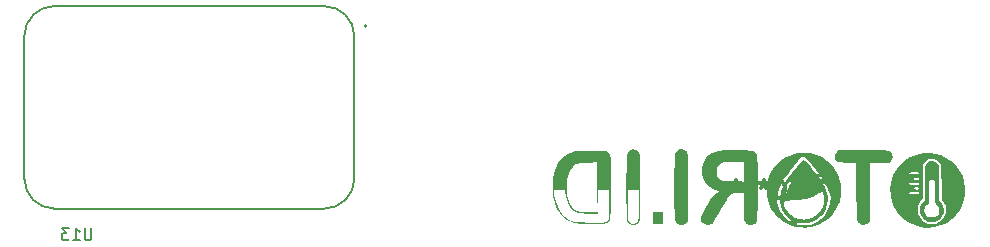
<source format=gbr>
%TF.GenerationSoftware,KiCad,Pcbnew,(6.0.5)*%
%TF.CreationDate,2022-07-22T00:14:58+07:00*%
%TF.ProjectId,MARUKO_Analog,4d415255-4b4f-45f4-916e-616c6f672e6b,rev?*%
%TF.SameCoordinates,Original*%
%TF.FileFunction,Legend,Bot*%
%TF.FilePolarity,Positive*%
%FSLAX46Y46*%
G04 Gerber Fmt 4.6, Leading zero omitted, Abs format (unit mm)*
G04 Created by KiCad (PCBNEW (6.0.5)) date 2022-07-22 00:14:58*
%MOMM*%
%LPD*%
G01*
G04 APERTURE LIST*
%ADD10C,0.150000*%
%ADD11C,0.300000*%
%ADD12C,0.127000*%
%ADD13C,0.200000*%
G04 APERTURE END LIST*
D10*
%TO.C,U13*%
X87484595Y-64247380D02*
X87484595Y-65056904D01*
X87436976Y-65152142D01*
X87389357Y-65199761D01*
X87294119Y-65247380D01*
X87103642Y-65247380D01*
X87008404Y-65199761D01*
X86960785Y-65152142D01*
X86913166Y-65056904D01*
X86913166Y-64247380D01*
X85913166Y-65247380D02*
X86484595Y-65247380D01*
X86198880Y-65247380D02*
X86198880Y-64247380D01*
X86294119Y-64390238D01*
X86389357Y-64485476D01*
X86484595Y-64533095D01*
X85579833Y-64247380D02*
X84960785Y-64247380D01*
X85294119Y-64628333D01*
X85151261Y-64628333D01*
X85056023Y-64675952D01*
X85008404Y-64723571D01*
X84960785Y-64818809D01*
X84960785Y-65056904D01*
X85008404Y-65152142D01*
X85056023Y-65199761D01*
X85151261Y-65247380D01*
X85436976Y-65247380D01*
X85532214Y-65199761D01*
X85579833Y-65152142D01*
D11*
%TO.C,G\u002A\u002A\u002A*%
X145342571Y-60238000D02*
X145487714Y-60165428D01*
X145705428Y-60165428D01*
X145923142Y-60238000D01*
X146068285Y-60383142D01*
X146140857Y-60528285D01*
X146213428Y-60818571D01*
X146213428Y-61036285D01*
X146140857Y-61326571D01*
X146068285Y-61471714D01*
X145923142Y-61616857D01*
X145705428Y-61689428D01*
X145560285Y-61689428D01*
X145342571Y-61616857D01*
X145270000Y-61544285D01*
X145270000Y-61036285D01*
X145560285Y-61036285D01*
X144399142Y-60165428D02*
X144399142Y-60528285D01*
X144762000Y-60383142D02*
X144399142Y-60528285D01*
X144036285Y-60383142D01*
X144616857Y-60818571D02*
X144399142Y-60528285D01*
X144181428Y-60818571D01*
X143238000Y-60165428D02*
X143238000Y-60528285D01*
X143600857Y-60383142D02*
X143238000Y-60528285D01*
X142875142Y-60383142D01*
X143455714Y-60818571D02*
X143238000Y-60528285D01*
X143020285Y-60818571D01*
X142076857Y-60165428D02*
X142076857Y-60528285D01*
X142439714Y-60383142D02*
X142076857Y-60528285D01*
X141714000Y-60383142D01*
X142294571Y-60818571D02*
X142076857Y-60528285D01*
X141859142Y-60818571D01*
D12*
%TO.C,U13*%
X109741500Y-60032500D02*
X109741500Y-47967500D01*
X107201500Y-45427500D02*
X84341500Y-45427500D01*
X81801500Y-47967500D02*
X81801500Y-60032500D01*
X84341500Y-62572500D02*
X107201500Y-62572500D01*
X84341500Y-45427500D02*
G75*
G03*
X81801500Y-47967500I1J-2540001D01*
G01*
X109741500Y-47967500D02*
G75*
G03*
X107201500Y-45427500I-2540000J0D01*
G01*
X81801500Y-60032500D02*
G75*
G03*
X84341500Y-62572500I2540001J1D01*
G01*
X107201500Y-62572500D02*
G75*
G03*
X109741500Y-60032500I0J2540000D01*
G01*
D13*
X110773500Y-47113000D02*
G75*
G03*
X110773500Y-47113000I-100000J0D01*
G01*
%TO.C,G\u002A\u002A\u002A*%
G36*
X154053095Y-57632591D02*
G01*
X154409246Y-57637273D01*
X154677402Y-57644962D01*
X154858455Y-57655674D01*
X154953299Y-57669423D01*
X154982994Y-57678893D01*
X155162461Y-57782784D01*
X155272049Y-57944556D01*
X155309156Y-58160620D01*
X155299616Y-58292110D01*
X155254559Y-58402746D01*
X155154111Y-58519282D01*
X154999066Y-58674327D01*
X153441793Y-58674327D01*
X153429245Y-61133496D01*
X153427847Y-61404990D01*
X153425114Y-61899435D01*
X153422312Y-62313903D01*
X153419127Y-62655944D01*
X153415241Y-62933114D01*
X153410341Y-63152963D01*
X153404110Y-63323045D01*
X153396232Y-63450913D01*
X153386392Y-63544119D01*
X153374274Y-63610216D01*
X153359563Y-63656756D01*
X153341943Y-63691292D01*
X153321098Y-63721378D01*
X153320411Y-63722300D01*
X153220900Y-63829264D01*
X153115891Y-63906419D01*
X153103636Y-63912539D01*
X152895777Y-63966664D01*
X152689869Y-63933618D01*
X152502745Y-63815889D01*
X152484925Y-63799121D01*
X152392102Y-63691820D01*
X152336100Y-63569503D01*
X152298473Y-63394075D01*
X152298465Y-63394029D01*
X152289606Y-63293638D01*
X152281330Y-63112290D01*
X152273820Y-62860223D01*
X152267258Y-62547673D01*
X152261826Y-62184879D01*
X152257704Y-61782077D01*
X152255077Y-61349504D01*
X152254124Y-60897397D01*
X152253860Y-58674327D01*
X151521972Y-58674327D01*
X151255390Y-58672480D01*
X150995009Y-58663029D01*
X150802261Y-58642231D01*
X150664135Y-58606432D01*
X150567621Y-58551978D01*
X150499711Y-58475214D01*
X150447395Y-58372486D01*
X150403181Y-58161113D01*
X150446055Y-57957399D01*
X150573793Y-57778172D01*
X150709312Y-57648294D01*
X152747026Y-57634124D01*
X153073238Y-57632195D01*
X153608057Y-57630903D01*
X154053095Y-57632591D01*
G37*
G36*
X150896173Y-60300260D02*
G01*
X150914171Y-60361580D01*
X150962234Y-60724483D01*
X150964952Y-61151693D01*
X150918909Y-61579684D01*
X150899445Y-61661687D01*
X150826190Y-61970310D01*
X150767459Y-62137416D01*
X150537514Y-62615667D01*
X150235756Y-63043489D01*
X149868962Y-63414740D01*
X149443909Y-63723275D01*
X148967376Y-63962953D01*
X148446140Y-64127629D01*
X148219463Y-64163843D01*
X147882654Y-64179738D01*
X147522151Y-64163718D01*
X147171760Y-64117590D01*
X146865291Y-64043161D01*
X146624747Y-63956083D01*
X146420125Y-63853601D01*
X147202187Y-63853601D01*
X147263041Y-63920598D01*
X147278927Y-63931137D01*
X147391679Y-63965787D01*
X147564558Y-63987752D01*
X147773326Y-63996606D01*
X147993749Y-63991919D01*
X148201591Y-63973263D01*
X148372616Y-63940209D01*
X148561112Y-63878425D01*
X148941546Y-63692896D01*
X149277476Y-63445733D01*
X149562378Y-63147688D01*
X149789727Y-62809510D01*
X149952997Y-62441950D01*
X150045663Y-62055759D01*
X150061199Y-61661687D01*
X149993081Y-61270485D01*
X149959652Y-61161970D01*
X149877249Y-60933645D01*
X149787837Y-60727729D01*
X149699592Y-60560496D01*
X149620693Y-60448223D01*
X149559316Y-60407181D01*
X149539662Y-60407729D01*
X149474616Y-60428466D01*
X149456569Y-60488638D01*
X149485609Y-60601100D01*
X149561821Y-60778709D01*
X149640540Y-60962720D01*
X149744389Y-61267408D01*
X149812513Y-61555635D01*
X149832380Y-61752424D01*
X149836984Y-61798025D01*
X149835398Y-61863855D01*
X149780286Y-62214991D01*
X149654817Y-62570596D01*
X149470285Y-62904418D01*
X149237987Y-63190203D01*
X149108373Y-63311728D01*
X148799485Y-63534859D01*
X148464738Y-63682798D01*
X148089577Y-63760932D01*
X147659445Y-63774654D01*
X147461552Y-63771160D01*
X147296196Y-63780814D01*
X147211490Y-63807650D01*
X147202187Y-63853601D01*
X146420125Y-63853601D01*
X146139710Y-63713159D01*
X145711735Y-63400570D01*
X145344939Y-63022245D01*
X145043439Y-62582109D01*
X144811352Y-62084090D01*
X144763665Y-61939943D01*
X144726732Y-61768829D01*
X145550449Y-61768829D01*
X145557046Y-61941079D01*
X145632359Y-62372657D01*
X145786658Y-62777776D01*
X146013622Y-63142366D01*
X146306927Y-63452356D01*
X146447972Y-63565534D01*
X146559029Y-63630465D01*
X146630604Y-63633410D01*
X146673396Y-63578038D01*
X146656791Y-63515214D01*
X146571389Y-63404104D01*
X146421274Y-63254025D01*
X146366357Y-63201723D01*
X146148545Y-62949691D01*
X145974828Y-62655568D01*
X145956726Y-62618677D01*
X145876943Y-62441377D01*
X145828470Y-62289156D01*
X145801590Y-62123262D01*
X145799856Y-62098033D01*
X146085758Y-62098033D01*
X146087189Y-62168624D01*
X146125203Y-62290263D01*
X146237151Y-62542368D01*
X146459978Y-62864615D01*
X146745514Y-63131479D01*
X147081718Y-63332410D01*
X147456553Y-63456859D01*
X147606791Y-63485284D01*
X147794395Y-63501865D01*
X147975055Y-63485545D01*
X148194227Y-63434976D01*
X148493270Y-63327362D01*
X148769566Y-63158992D01*
X149032317Y-62917643D01*
X149227008Y-62681503D01*
X149380273Y-62406335D01*
X149465232Y-62105258D01*
X149492086Y-61752424D01*
X149484884Y-61520285D01*
X149455203Y-61309740D01*
X149403488Y-61180663D01*
X149330721Y-61136804D01*
X149319256Y-61138759D01*
X149242364Y-61176070D01*
X149138519Y-61245834D01*
X149091085Y-61279955D01*
X148842711Y-61428676D01*
X148549957Y-61568508D01*
X148250223Y-61682978D01*
X147980914Y-61755616D01*
X147926609Y-61765106D01*
X147699917Y-61793512D01*
X147441626Y-61813360D01*
X147197670Y-61820826D01*
X146999148Y-61826230D01*
X146714090Y-61852988D01*
X146462573Y-61898746D01*
X146263713Y-61959700D01*
X146136624Y-62032044D01*
X146122376Y-62045367D01*
X146085758Y-62098033D01*
X145799856Y-62098033D01*
X145786583Y-61904942D01*
X145785694Y-61885949D01*
X145780767Y-61667462D01*
X145793098Y-61493818D01*
X145828345Y-61322470D01*
X145854296Y-61236428D01*
X146126986Y-61236428D01*
X146136794Y-61332302D01*
X146175950Y-61394655D01*
X146226248Y-61391647D01*
X146267953Y-61312614D01*
X146288537Y-61255124D01*
X146345359Y-61124473D01*
X146426701Y-60951536D01*
X146522502Y-60758226D01*
X146551990Y-60699809D01*
X146643834Y-60508707D01*
X146695236Y-60379908D01*
X146710711Y-60300260D01*
X146694777Y-60256610D01*
X146676410Y-60241470D01*
X146623201Y-60242245D01*
X146552259Y-60315978D01*
X146488684Y-60409253D01*
X146392800Y-60577392D01*
X146296878Y-60769741D01*
X146212728Y-60960738D01*
X146152161Y-61124821D01*
X146126986Y-61236428D01*
X145854296Y-61236428D01*
X145892163Y-61110875D01*
X145894266Y-61104442D01*
X146035040Y-60752901D01*
X146235367Y-60364555D01*
X146483966Y-59959381D01*
X146500778Y-59935715D01*
X149123586Y-59935715D01*
X149154620Y-60021567D01*
X149190332Y-60058049D01*
X149264698Y-60083109D01*
X149318039Y-60021753D01*
X149327523Y-59982780D01*
X149302958Y-59896090D01*
X149221364Y-59859964D01*
X149165320Y-59873004D01*
X149123586Y-59935715D01*
X146500778Y-59935715D01*
X146769554Y-59557352D01*
X146874531Y-59423610D01*
X147021923Y-59243787D01*
X147183420Y-59052996D01*
X147347031Y-58864816D01*
X147500765Y-58692830D01*
X147632630Y-58550616D01*
X147730636Y-58451755D01*
X147782790Y-58409828D01*
X147784298Y-58409553D01*
X147832821Y-58441471D01*
X147926706Y-58530955D01*
X148054767Y-58665623D01*
X148205820Y-58833095D01*
X148368677Y-59020990D01*
X148532154Y-59216927D01*
X148685065Y-59408525D01*
X148820877Y-59565038D01*
X148932279Y-59651556D01*
X149010009Y-59658336D01*
X149051324Y-59584063D01*
X149038259Y-59542311D01*
X148972077Y-59436047D01*
X148857438Y-59280334D01*
X148702158Y-59084940D01*
X148514056Y-58859636D01*
X148300947Y-58614193D01*
X148070648Y-58358380D01*
X147916782Y-58201208D01*
X147801533Y-58109977D01*
X147731288Y-58092331D01*
X147703249Y-58110714D01*
X147615351Y-58193032D01*
X147488361Y-58327950D01*
X147332968Y-58502881D01*
X147159864Y-58705239D01*
X146979740Y-58922434D01*
X146803285Y-59141881D01*
X146641191Y-59350992D01*
X146504148Y-59537180D01*
X146235790Y-59931620D01*
X145978281Y-60358062D01*
X145785037Y-60745539D01*
X145652014Y-61103516D01*
X145575166Y-61441458D01*
X145550449Y-61768829D01*
X144726732Y-61768829D01*
X144678996Y-61547668D01*
X144639667Y-61121007D01*
X144647628Y-60692713D01*
X144704830Y-60295537D01*
X144743842Y-60139623D01*
X144923130Y-59657033D01*
X145176157Y-59217112D01*
X145494585Y-58826508D01*
X145870077Y-58491872D01*
X146294295Y-58219853D01*
X146758903Y-58017103D01*
X147255562Y-57890269D01*
X147775936Y-57846003D01*
X147823126Y-57846218D01*
X148368187Y-57893166D01*
X148874518Y-58022541D01*
X149343766Y-58235072D01*
X149777577Y-58531492D01*
X150177596Y-58912531D01*
X150236020Y-58980080D01*
X150454939Y-59286140D01*
X150620739Y-59584063D01*
X150652366Y-59640893D01*
X150799203Y-59982780D01*
X150811158Y-60010615D01*
X150896173Y-60300260D01*
G37*
G36*
X135837343Y-63872890D02*
G01*
X135016517Y-63872890D01*
X135016517Y-62869659D01*
X135837343Y-62869659D01*
X135837343Y-63872890D01*
G37*
G36*
X133939937Y-62685843D02*
G01*
X133936465Y-62947357D01*
X133931709Y-63155350D01*
X133925475Y-63316910D01*
X133917569Y-63439125D01*
X133907797Y-63529086D01*
X133895964Y-63593879D01*
X133881877Y-63640593D01*
X133865341Y-63676316D01*
X133862248Y-63681890D01*
X133777038Y-63802651D01*
X133684189Y-63892923D01*
X133656180Y-63908910D01*
X133526035Y-63948506D01*
X133368218Y-63964093D01*
X133271697Y-63957787D01*
X133071365Y-63889529D01*
X132924463Y-63747710D01*
X132833222Y-63534124D01*
X132821162Y-63444975D01*
X132810040Y-63273703D01*
X132800583Y-63033155D01*
X132792768Y-62733362D01*
X132786577Y-62384352D01*
X132781990Y-61996156D01*
X132778984Y-61578801D01*
X132777541Y-61142317D01*
X132777583Y-60954399D01*
X132914904Y-60954399D01*
X132928278Y-62280641D01*
X132941652Y-63606884D01*
X133090576Y-63739887D01*
X133257881Y-63845747D01*
X133430531Y-63867017D01*
X133597543Y-63798529D01*
X133652249Y-63756073D01*
X133706439Y-63696753D01*
X133748507Y-63619188D01*
X133779964Y-63512958D01*
X133802317Y-63367642D01*
X133817077Y-63172819D01*
X133825751Y-62918068D01*
X133829849Y-62592970D01*
X133830880Y-62187102D01*
X133830880Y-60954399D01*
X132914904Y-60954399D01*
X132777583Y-60954399D01*
X132777641Y-60696734D01*
X132779261Y-60252081D01*
X132782384Y-59818387D01*
X132786987Y-59405681D01*
X132793051Y-59023993D01*
X132800556Y-58683352D01*
X132809480Y-58393786D01*
X132819805Y-58165326D01*
X132831509Y-58008001D01*
X132844572Y-57931839D01*
X132876287Y-57866555D01*
X133013842Y-57693903D01*
X133187041Y-57590039D01*
X133377895Y-57555861D01*
X133568413Y-57592264D01*
X133740605Y-57700146D01*
X133876481Y-57880403D01*
X133881342Y-57890821D01*
X133895055Y-57935093D01*
X133906697Y-58002465D01*
X133916430Y-58099747D01*
X133924414Y-58233750D01*
X133930811Y-58411283D01*
X133935782Y-58639157D01*
X133939488Y-58924182D01*
X133942090Y-59273168D01*
X133943749Y-59692925D01*
X133944627Y-60190263D01*
X133944883Y-60771993D01*
X133944870Y-60962812D01*
X133944592Y-61509293D01*
X133943806Y-61973900D01*
X133942993Y-62187102D01*
X133942319Y-62363721D01*
X133939937Y-62685843D01*
G37*
G36*
X160318987Y-63453936D02*
G01*
X159884669Y-63757129D01*
X159397535Y-63988976D01*
X158862640Y-64145512D01*
X158793452Y-64156045D01*
X158621233Y-64168998D01*
X158407113Y-64174652D01*
X158182047Y-64171810D01*
X157711648Y-64122630D01*
X157217874Y-63993612D01*
X156765518Y-63793746D01*
X156358938Y-63530497D01*
X156002491Y-63211331D01*
X155700536Y-62843712D01*
X155633652Y-62731295D01*
X157451628Y-62731295D01*
X157497042Y-63023450D01*
X157607643Y-63295713D01*
X157779467Y-63533881D01*
X158008551Y-63723751D01*
X158290935Y-63851117D01*
X158352451Y-63867795D01*
X158677133Y-63904500D01*
X158986986Y-63858306D01*
X159269598Y-63736203D01*
X159512554Y-63545184D01*
X159703440Y-63292240D01*
X159829843Y-62984364D01*
X159855266Y-62848446D01*
X159854619Y-62581974D01*
X159799555Y-62314979D01*
X159697266Y-62075996D01*
X159554942Y-61893561D01*
X159552639Y-61891469D01*
X159525409Y-61863302D01*
X159504022Y-61827275D01*
X159487763Y-61772971D01*
X159475916Y-61689971D01*
X159467765Y-61567858D01*
X159462593Y-61396214D01*
X159459686Y-61164621D01*
X159458326Y-60862661D01*
X159457799Y-60479916D01*
X159457171Y-60196501D01*
X159454201Y-59817568D01*
X159447965Y-59513161D01*
X159437501Y-59273081D01*
X159421846Y-59087131D01*
X159400040Y-58945113D01*
X159371120Y-58836829D01*
X159334124Y-58752082D01*
X159288091Y-58680674D01*
X159229525Y-58609598D01*
X159026830Y-58444511D01*
X158799604Y-58355693D01*
X158563889Y-58342340D01*
X158335722Y-58403646D01*
X158131142Y-58538806D01*
X157966190Y-58747016D01*
X157955110Y-58766626D01*
X157928707Y-58818800D01*
X157907982Y-58876400D01*
X157892240Y-58950149D01*
X157880789Y-59050769D01*
X157872933Y-59188981D01*
X157867979Y-59375508D01*
X157865620Y-59586355D01*
X157865232Y-59621071D01*
X157864000Y-59936393D01*
X157863889Y-60042370D01*
X157863587Y-60332196D01*
X157863523Y-60452783D01*
X157863085Y-61273609D01*
X157862837Y-61739258D01*
X157741782Y-61882645D01*
X157572207Y-62144131D01*
X157475362Y-62433454D01*
X157451628Y-62731295D01*
X155633652Y-62731295D01*
X155457429Y-62435105D01*
X155277528Y-61992975D01*
X155165192Y-61524787D01*
X155144338Y-61273609D01*
X156722801Y-61273609D01*
X156728579Y-61314283D01*
X156757866Y-61341732D01*
X156827589Y-61356928D01*
X156954666Y-61363434D01*
X157156014Y-61364811D01*
X157349218Y-61363595D01*
X157479599Y-61357429D01*
X157551783Y-61342751D01*
X157582686Y-61315998D01*
X157589228Y-61273609D01*
X157583450Y-61232934D01*
X157554162Y-61205485D01*
X157484439Y-61190289D01*
X157357363Y-61183783D01*
X157156014Y-61182406D01*
X156962810Y-61183622D01*
X156832429Y-61189788D01*
X156760246Y-61204467D01*
X156729342Y-61231220D01*
X156722801Y-61273609D01*
X155144338Y-61273609D01*
X155124778Y-61038006D01*
X155137370Y-60863196D01*
X157133214Y-60863196D01*
X157134189Y-60884291D01*
X157156254Y-60929216D01*
X157224461Y-60949597D01*
X157361221Y-60954399D01*
X157413959Y-60954008D01*
X157526271Y-60945182D01*
X157577224Y-60917900D01*
X157589228Y-60863196D01*
X157588252Y-60842101D01*
X157566188Y-60797176D01*
X157497980Y-60776795D01*
X157361221Y-60771993D01*
X157308483Y-60772383D01*
X157196171Y-60781209D01*
X157145218Y-60808492D01*
X157133214Y-60863196D01*
X155137370Y-60863196D01*
X155160643Y-60540097D01*
X155180924Y-60452783D01*
X156722801Y-60452783D01*
X156728579Y-60493457D01*
X156757866Y-60520906D01*
X156827589Y-60536102D01*
X156954666Y-60542608D01*
X157156014Y-60543986D01*
X157349218Y-60542769D01*
X157479599Y-60536603D01*
X157551783Y-60521925D01*
X157582686Y-60495172D01*
X157589228Y-60452783D01*
X157583450Y-60412108D01*
X157554162Y-60384660D01*
X157484439Y-60369463D01*
X157357363Y-60362957D01*
X157156014Y-60361580D01*
X156962810Y-60362796D01*
X156832429Y-60368962D01*
X156760246Y-60383641D01*
X156729342Y-60410394D01*
X156722801Y-60452783D01*
X155180924Y-60452783D01*
X155276252Y-60042370D01*
X157133214Y-60042370D01*
X157134189Y-60063465D01*
X157156254Y-60108390D01*
X157224461Y-60128771D01*
X157361221Y-60133573D01*
X157413959Y-60133182D01*
X157526271Y-60124357D01*
X157577224Y-60097074D01*
X157589228Y-60042370D01*
X157588252Y-60021275D01*
X157566188Y-59976350D01*
X157497980Y-59955969D01*
X157361221Y-59951167D01*
X157308483Y-59951557D01*
X157196171Y-59960383D01*
X157145218Y-59987666D01*
X157133214Y-60042370D01*
X155276252Y-60042370D01*
X155277145Y-60038525D01*
X155460183Y-59586355D01*
X156722801Y-59586355D01*
X156728579Y-59627030D01*
X156757866Y-59654479D01*
X156827589Y-59669675D01*
X156954666Y-59676181D01*
X157156014Y-59677558D01*
X157349218Y-59676342D01*
X157479599Y-59670176D01*
X157551783Y-59655498D01*
X157582686Y-59628745D01*
X157589228Y-59586355D01*
X157583450Y-59545681D01*
X157554162Y-59518232D01*
X157484439Y-59503036D01*
X157357363Y-59496530D01*
X157156014Y-59495153D01*
X156962810Y-59496369D01*
X156832429Y-59502535D01*
X156760246Y-59517213D01*
X156729342Y-59543966D01*
X156722801Y-59586355D01*
X155460183Y-59586355D01*
X155478642Y-59540754D01*
X155520738Y-59461843D01*
X155710097Y-59179148D01*
X155954808Y-58889710D01*
X156232796Y-58615855D01*
X156521985Y-58379906D01*
X156800301Y-58204187D01*
X157032604Y-58096341D01*
X157515232Y-57940864D01*
X158023309Y-57857608D01*
X158534302Y-57849457D01*
X159025673Y-57919298D01*
X159419553Y-58042884D01*
X159867695Y-58262685D01*
X160285271Y-58552259D01*
X160655978Y-58900037D01*
X160963514Y-59294451D01*
X161014723Y-59375724D01*
X161241325Y-59833623D01*
X161389556Y-60323685D01*
X161458437Y-60832113D01*
X161446987Y-61345109D01*
X161354226Y-61848874D01*
X161179174Y-62329612D01*
X161008949Y-62649363D01*
X160865133Y-62848446D01*
X160695433Y-63083359D01*
X160318987Y-63453936D01*
G37*
G36*
X159522734Y-63220090D02*
G01*
X159428828Y-63356593D01*
X159218279Y-63544250D01*
X158941778Y-63672405D01*
X158897068Y-63685405D01*
X158624221Y-63712993D01*
X158348225Y-63663487D01*
X158093500Y-63544056D01*
X157884463Y-63361874D01*
X157879794Y-63356302D01*
X157717716Y-63096947D01*
X157641422Y-62818381D01*
X157644908Y-62709370D01*
X158004583Y-62709370D01*
X158041543Y-62918606D01*
X158148038Y-63102801D01*
X158321663Y-63242347D01*
X158450996Y-63295091D01*
X158673769Y-63322238D01*
X158888805Y-63279976D01*
X159073653Y-63174184D01*
X159205865Y-63010744D01*
X159224568Y-62971157D01*
X159276253Y-62749260D01*
X159253739Y-62522848D01*
X159162857Y-62317237D01*
X159009434Y-62157740D01*
X158990312Y-62143543D01*
X158962074Y-62113476D01*
X158941552Y-62067489D01*
X158927517Y-61993035D01*
X158918740Y-61877566D01*
X158913993Y-61708536D01*
X158912046Y-61473398D01*
X158911670Y-61159605D01*
X158911567Y-60949887D01*
X158910426Y-60687961D01*
X158906967Y-60496641D01*
X158899916Y-60363350D01*
X158887999Y-60275512D01*
X158869944Y-60220552D01*
X158844475Y-60185893D01*
X158810320Y-60158959D01*
X158716260Y-60107681D01*
X158581640Y-60098992D01*
X158455655Y-60179174D01*
X158451363Y-60183523D01*
X158421060Y-60221093D01*
X158398732Y-60271229D01*
X158383172Y-60347035D01*
X158373171Y-60461617D01*
X158367522Y-60628082D01*
X158365019Y-60859535D01*
X158364452Y-61169083D01*
X158364452Y-62067788D01*
X158198433Y-62237808D01*
X158148888Y-62294205D01*
X158039563Y-62494701D01*
X158004583Y-62709370D01*
X157644908Y-62709370D01*
X157650605Y-62531247D01*
X157744962Y-62246188D01*
X157924188Y-61973848D01*
X158045242Y-61830461D01*
X158045242Y-60433335D01*
X158045663Y-60077283D01*
X158048172Y-59713737D01*
X158054313Y-59423678D01*
X158065617Y-59197333D01*
X158083612Y-59024927D01*
X158109829Y-58896686D01*
X158145797Y-58802836D01*
X158193046Y-58733604D01*
X158253106Y-58679214D01*
X158327507Y-58629894D01*
X158479272Y-58566562D01*
X158677627Y-58537693D01*
X158714103Y-58538131D01*
X158834465Y-58554426D01*
X158935120Y-58607318D01*
X159053839Y-58714563D01*
X159230880Y-58891604D01*
X159230880Y-61829631D01*
X159407967Y-62030813D01*
X159464221Y-62099712D01*
X159610277Y-62362724D01*
X159669369Y-62643901D01*
X159658856Y-62749260D01*
X159640515Y-62933079D01*
X159522734Y-63220090D01*
G37*
G36*
X131436432Y-62681940D02*
G01*
X131431619Y-62934729D01*
X131425734Y-63134152D01*
X131418521Y-63287466D01*
X131409723Y-63401927D01*
X131399085Y-63484793D01*
X131386349Y-63543320D01*
X131371260Y-63584765D01*
X131353560Y-63616383D01*
X131254194Y-63722944D01*
X131125553Y-63806352D01*
X131025969Y-63829040D01*
X130850148Y-63847301D01*
X130614196Y-63860906D01*
X130333663Y-63869870D01*
X130024099Y-63874206D01*
X129701055Y-63873930D01*
X129380082Y-63869055D01*
X129076730Y-63859596D01*
X128806549Y-63845568D01*
X128585091Y-63826984D01*
X128427905Y-63803859D01*
X128164778Y-63732788D01*
X127768754Y-63555152D01*
X127426221Y-63303659D01*
X127137279Y-62978391D01*
X126902029Y-62579427D01*
X126792075Y-62331583D01*
X126697474Y-62063036D01*
X126630539Y-61786566D01*
X126587489Y-61481571D01*
X126564545Y-61127447D01*
X126561843Y-60954399D01*
X126657936Y-60954399D01*
X126686078Y-61307810D01*
X126743654Y-61732985D01*
X126872114Y-62207045D01*
X127060842Y-62628515D01*
X127305713Y-62991484D01*
X127602599Y-63290042D01*
X127947373Y-63518279D01*
X128335907Y-63670284D01*
X128424864Y-63687649D01*
X128609819Y-63709105D01*
X128854644Y-63728064D01*
X129142579Y-63744094D01*
X129456863Y-63756762D01*
X129780734Y-63765636D01*
X130097432Y-63770282D01*
X130390195Y-63770269D01*
X130642263Y-63765163D01*
X130836874Y-63754532D01*
X130957268Y-63737943D01*
X130958702Y-63737576D01*
X131100609Y-63673713D01*
X131219476Y-63577514D01*
X131248538Y-63541748D01*
X131272732Y-63500867D01*
X131291003Y-63446026D01*
X131304182Y-63366192D01*
X131313102Y-63250329D01*
X131318592Y-63087403D01*
X131321484Y-62866379D01*
X131322610Y-62576221D01*
X131322801Y-62205895D01*
X131322801Y-60954399D01*
X130410772Y-60954399D01*
X130410772Y-63015162D01*
X129578546Y-62996979D01*
X129380955Y-62992048D01*
X129074970Y-62979307D01*
X128836872Y-62958130D01*
X128651498Y-62924017D01*
X128503686Y-62872465D01*
X128378274Y-62798976D01*
X128260099Y-62699047D01*
X128133999Y-62568178D01*
X128004085Y-62411457D01*
X127891249Y-62233663D01*
X127800451Y-62030279D01*
X127725722Y-61784907D01*
X127661094Y-61481148D01*
X127600599Y-61102603D01*
X127579350Y-60954399D01*
X126657936Y-60954399D01*
X126561843Y-60954399D01*
X126557928Y-60703591D01*
X126558917Y-60493002D01*
X127731587Y-60493002D01*
X127733619Y-61022208D01*
X127760849Y-61342537D01*
X127843980Y-61782821D01*
X127976961Y-62147870D01*
X128160355Y-62438746D01*
X128394726Y-62656509D01*
X128680638Y-62802217D01*
X128705919Y-62810406D01*
X128836592Y-62837673D01*
X129021506Y-62856040D01*
X129272912Y-62866403D01*
X129603059Y-62869659D01*
X130334329Y-62869659D01*
X130304221Y-61330610D01*
X130300661Y-61144711D01*
X130293518Y-60746738D01*
X130287145Y-60358453D01*
X130281777Y-59996154D01*
X130277647Y-59676141D01*
X130274991Y-59414712D01*
X130274041Y-59228166D01*
X130273968Y-58664771D01*
X129555745Y-58685538D01*
X129448901Y-58688951D01*
X129121988Y-58705782D01*
X128866201Y-58733012D01*
X128665982Y-58774684D01*
X128505775Y-58834845D01*
X128370027Y-58917538D01*
X128243179Y-59026807D01*
X128240544Y-59029375D01*
X128037742Y-59289469D01*
X127884649Y-59622716D01*
X127782264Y-60025200D01*
X127731587Y-60493002D01*
X126558917Y-60493002D01*
X126559152Y-60443001D01*
X126564373Y-60201591D01*
X126575476Y-60013609D01*
X126594348Y-59858593D01*
X126622878Y-59716081D01*
X126662955Y-59565610D01*
X126815957Y-59141395D01*
X127021669Y-58746305D01*
X127267881Y-58404000D01*
X127545586Y-58126953D01*
X127845780Y-57927635D01*
X127910054Y-57895842D01*
X128063474Y-57828315D01*
X128219086Y-57775431D01*
X128389594Y-57735667D01*
X128587702Y-57707504D01*
X128826112Y-57689419D01*
X129117527Y-57679892D01*
X129474652Y-57677402D01*
X129910188Y-57680426D01*
X131133205Y-57693896D01*
X131251571Y-57805169D01*
X131254476Y-57807934D01*
X131350427Y-57933652D01*
X131417345Y-58078777D01*
X131423099Y-58109814D01*
X131433509Y-58241322D01*
X131441792Y-58462221D01*
X131447932Y-58771299D01*
X131451916Y-59167350D01*
X131453728Y-59649164D01*
X131453353Y-60215533D01*
X131450779Y-60865248D01*
X131450098Y-60991994D01*
X131447007Y-61530812D01*
X131443870Y-61987238D01*
X131441898Y-62205895D01*
X131440431Y-62368529D01*
X131436432Y-62681940D01*
G37*
G36*
X137486843Y-57545350D02*
G01*
X137535567Y-57551585D01*
X137693814Y-57592710D01*
X137804960Y-57653045D01*
X137840436Y-57685233D01*
X137880017Y-57726431D01*
X137913534Y-57774178D01*
X137941491Y-57835527D01*
X137964394Y-57917535D01*
X137982745Y-58027254D01*
X137997050Y-58171740D01*
X138007811Y-58358048D01*
X138015534Y-58593231D01*
X138020722Y-58884345D01*
X138023880Y-59238443D01*
X138025512Y-59662581D01*
X138026121Y-60163812D01*
X138026212Y-60749192D01*
X138026213Y-60844024D01*
X138026139Y-61421527D01*
X138025476Y-61915787D01*
X138023598Y-62333723D01*
X138019880Y-62682250D01*
X138013697Y-62968284D01*
X138004423Y-63198744D01*
X137991433Y-63380545D01*
X137974103Y-63520605D01*
X137951806Y-63625839D01*
X137923918Y-63703166D01*
X137889814Y-63759500D01*
X137848867Y-63801760D01*
X137800453Y-63836861D01*
X137743947Y-63871722D01*
X137697152Y-63897828D01*
X137488655Y-63959942D01*
X137289010Y-63939986D01*
X137112858Y-63845041D01*
X136974836Y-63682185D01*
X136889583Y-63458501D01*
X136885309Y-63432947D01*
X136873749Y-63297481D01*
X136863827Y-63074633D01*
X136855593Y-62767246D01*
X136849100Y-62378164D01*
X136844398Y-61910232D01*
X136841539Y-61366293D01*
X136840574Y-60749192D01*
X136840686Y-60532326D01*
X136842297Y-59939668D01*
X136845785Y-59421134D01*
X136851099Y-58979570D01*
X136858188Y-58617818D01*
X136866999Y-58338724D01*
X136877481Y-58145131D01*
X136889583Y-58039884D01*
X136903730Y-57981060D01*
X136976335Y-57809180D01*
X137102176Y-57667735D01*
X137134853Y-57639532D01*
X137239391Y-57565768D01*
X137341397Y-57539249D01*
X137486843Y-57545350D01*
G37*
G36*
X143885997Y-60823225D02*
G01*
X143885928Y-61405522D01*
X143885307Y-61904128D01*
X143883533Y-62325970D01*
X143880006Y-62677975D01*
X143874124Y-62967068D01*
X143865285Y-63200177D01*
X143852890Y-63384229D01*
X143836336Y-63526150D01*
X143815022Y-63632866D01*
X143788348Y-63711306D01*
X143755712Y-63768394D01*
X143716513Y-63811059D01*
X143670150Y-63846226D01*
X143616022Y-63880822D01*
X143585355Y-63898881D01*
X143441247Y-63948274D01*
X143257489Y-63950382D01*
X143234780Y-63948120D01*
X143019082Y-63886082D01*
X142863816Y-63755741D01*
X142768946Y-63557067D01*
X142761491Y-63515476D01*
X142749322Y-63379122D01*
X142738875Y-63175336D01*
X142730705Y-62919283D01*
X142725367Y-62626129D01*
X142723414Y-62311041D01*
X142723160Y-61228007D01*
X142356884Y-61228007D01*
X142178481Y-61231462D01*
X141997850Y-61248572D01*
X141839872Y-61286899D01*
X141696508Y-61353934D01*
X141559721Y-61457167D01*
X141421474Y-61604089D01*
X141273730Y-61802188D01*
X141108450Y-62058956D01*
X140917598Y-62381882D01*
X140693137Y-62778456D01*
X140585320Y-62970631D01*
X140434202Y-63236772D01*
X140315178Y-63439825D01*
X140221049Y-63590483D01*
X140144618Y-63699437D01*
X140078685Y-63777378D01*
X140016054Y-63835000D01*
X139949526Y-63882994D01*
X139793010Y-63949465D01*
X139592724Y-63960947D01*
X139396761Y-63909026D01*
X139230793Y-63801088D01*
X139120495Y-63644518D01*
X139105245Y-63601662D01*
X139087619Y-63479185D01*
X139105110Y-63331667D01*
X139161256Y-63146178D01*
X139259593Y-62909792D01*
X139403659Y-62609582D01*
X139476767Y-62469317D01*
X139657164Y-62160239D01*
X139855650Y-61861170D01*
X140058756Y-61590582D01*
X140253018Y-61366945D01*
X140424968Y-61208729D01*
X140627944Y-61053745D01*
X140387311Y-60976129D01*
X140128968Y-60876739D01*
X139835872Y-60705432D01*
X139581961Y-60476051D01*
X139566031Y-60458639D01*
X139428371Y-60289354D01*
X139332462Y-60120680D01*
X139264304Y-59922012D01*
X139209894Y-59662747D01*
X139198496Y-59587154D01*
X139194872Y-59394613D01*
X140407567Y-59394613D01*
X140415567Y-59655571D01*
X140475703Y-59853875D01*
X140597138Y-60007288D01*
X140789031Y-60133573D01*
X140790828Y-60134498D01*
X140873415Y-60174476D01*
X140953744Y-60204118D01*
X141047392Y-60225288D01*
X141169933Y-60239851D01*
X141336945Y-60249669D01*
X141564004Y-60256608D01*
X141866685Y-60262530D01*
X142723160Y-60277483D01*
X142723160Y-58583124D01*
X142022562Y-58583124D01*
X141967956Y-58583187D01*
X141592927Y-58588632D01*
X141294645Y-58605102D01*
X141060574Y-58635763D01*
X140878181Y-58683779D01*
X140734930Y-58752316D01*
X140618286Y-58844538D01*
X140515716Y-58963611D01*
X140478248Y-59025184D01*
X140430861Y-59176232D01*
X140407598Y-59394007D01*
X140407567Y-59394613D01*
X139194872Y-59394613D01*
X139191251Y-59202238D01*
X139262954Y-58822056D01*
X139407948Y-58467335D01*
X139620571Y-58158803D01*
X139751065Y-58035163D01*
X140010632Y-57869073D01*
X140319953Y-57742896D01*
X140655432Y-57667826D01*
X140746246Y-57658769D01*
X140948338Y-57647337D01*
X141215236Y-57638811D01*
X141531112Y-57633526D01*
X141880136Y-57631819D01*
X142246480Y-57634027D01*
X142374535Y-57635535D01*
X142739444Y-57640783D01*
X143027397Y-57648083D01*
X143249313Y-57659523D01*
X143416114Y-57677188D01*
X143538717Y-57703165D01*
X143628044Y-57739540D01*
X143695013Y-57788401D01*
X143750545Y-57851832D01*
X143805559Y-57931922D01*
X143811382Y-57941271D01*
X143827357Y-57974743D01*
X143840888Y-58021324D01*
X143852175Y-58088112D01*
X143861420Y-58182208D01*
X143868823Y-58310711D01*
X143874587Y-58480720D01*
X143878911Y-58699335D01*
X143881999Y-58973655D01*
X143884049Y-59310779D01*
X143885265Y-59717808D01*
X143885847Y-60201841D01*
X143885867Y-60277483D01*
X143885996Y-60769976D01*
X143885997Y-60823225D01*
G37*
%TD*%
M02*

</source>
